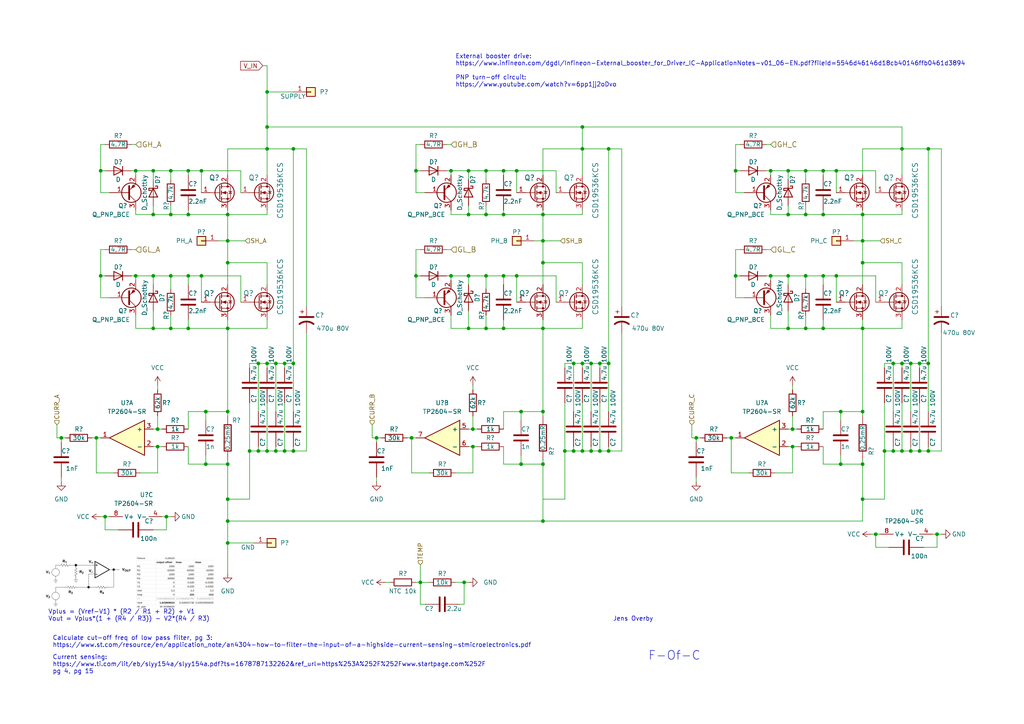
<source format=kicad_sch>
(kicad_sch (version 20211123) (generator eeschema)
  (paper "A4")
  (junction (at 166.37 105.41))
  (junction (at 243.84 134.62))
  (junction (at 229.87 124.46))
  (junction (at 135.89 62.23))
  (junction (at 77.47 43.18))
  (junction (at 157.48 119.38))
  (junction (at 45.72 124.46))
  (junction (at 140.97 62.23))
  (junction (at 233.68 62.23))
  (junction (at 228.6 62.23))
  (junction (at 146.05 49.53))
  (junction (at 135.89 95.25))
  (junction (at 80.01 130.81))
  (junction (at 74.93 105.41))
  (junction (at 77.47 105.41))
  (junction (at 66.04 62.23))
  (junction (at 271.78 154.94))
  (junction (at 173.99 130.81))
  (junction (at 269.24 43.18))
  (junction (at 176.53 105.41))
  (junction (at 242.57 49.53))
  (junction (at 140.97 80.01))
  (junction (at 168.91 130.81))
  (junction (at 146.05 95.25))
  (junction (at 238.76 80.01))
  (junction (at 201.93 127))
  (junction (at 74.93 130.81))
  (junction (at 233.68 80.01))
  (junction (at 140.97 49.53))
  (junction (at 238.76 62.23))
  (junction (at 250.19 134.62))
  (junction (at 176.53 43.18))
  (junction (at 30.48 149.86))
  (junction (at 44.45 62.23))
  (junction (at 137.16 124.46))
  (junction (at 233.68 95.25))
  (junction (at 77.47 130.81))
  (junction (at 157.48 69.85))
  (junction (at 59.69 119.38))
  (junction (at 135.89 80.01))
  (junction (at 49.53 95.25))
  (junction (at 66.04 69.85))
  (junction (at 261.62 130.81))
  (junction (at 171.45 105.41))
  (junction (at 163.83 130.81))
  (junction (at 44.45 80.01))
  (junction (at 151.13 134.62))
  (junction (at 121.92 168.91))
  (junction (at 151.13 119.38))
  (junction (at 29.21 80.01))
  (junction (at 130.81 49.53))
  (junction (at 82.55 130.81))
  (junction (at 59.69 134.62))
  (junction (at 259.08 130.81))
  (junction (at 45.72 129.54))
  (junction (at 261.62 43.18))
  (junction (at 212.09 127))
  (junction (at 157.48 95.25))
  (junction (at 264.16 130.81))
  (junction (at 135.89 49.53))
  (junction (at 58.42 49.53))
  (junction (at 250.19 119.38))
  (junction (at 119.38 127))
  (junction (at 137.16 129.54))
  (junction (at 66.04 157.48))
  (junction (at 66.04 134.62))
  (junction (at 223.52 80.01))
  (junction (at 85.09 105.41))
  (junction (at 120.65 49.53))
  (junction (at 173.99 105.41))
  (junction (at 66.04 119.38))
  (junction (at 146.05 62.23))
  (junction (at 49.53 62.23))
  (junction (at 29.21 49.53))
  (junction (at 140.97 95.25))
  (junction (at 54.61 95.25))
  (junction (at 157.48 151.13))
  (junction (at 168.91 36.83))
  (junction (at 49.53 80.01))
  (junction (at 134.62 168.91))
  (junction (at 80.01 105.41))
  (junction (at 256.54 130.81))
  (junction (at 48.26 149.86))
  (junction (at 72.39 130.81))
  (junction (at 168.91 105.41))
  (junction (at 266.7 130.81))
  (junction (at 254 154.94))
  (junction (at 233.68 49.53))
  (junction (at 171.45 130.81))
  (junction (at 146.05 80.01))
  (junction (at 49.53 49.53))
  (junction (at 54.61 62.23))
  (junction (at 228.6 95.25))
  (junction (at 250.19 76.2))
  (junction (at 149.86 49.53))
  (junction (at 120.65 80.01))
  (junction (at 66.04 144.78))
  (junction (at 27.94 127))
  (junction (at 269.24 105.41))
  (junction (at 223.52 49.53))
  (junction (at 77.47 26.67))
  (junction (at 109.22 127))
  (junction (at 269.24 130.81))
  (junction (at 157.48 134.62))
  (junction (at 39.37 49.53))
  (junction (at 238.76 49.53))
  (junction (at 250.19 69.85))
  (junction (at 250.19 95.25))
  (junction (at 17.78 127))
  (junction (at 250.19 144.78))
  (junction (at 66.04 95.25))
  (junction (at 39.37 80.01))
  (junction (at 77.47 36.83))
  (junction (at 229.87 129.54))
  (junction (at 250.19 62.23))
  (junction (at 85.09 43.18))
  (junction (at 58.42 80.01))
  (junction (at 166.37 130.81))
  (junction (at 238.76 95.25))
  (junction (at 157.48 62.23))
  (junction (at 176.53 130.81))
  (junction (at 44.45 49.53))
  (junction (at 228.6 80.01))
  (junction (at 259.08 105.41))
  (junction (at 44.45 95.25))
  (junction (at 243.84 119.38))
  (junction (at 66.04 76.2))
  (junction (at 242.57 80.01))
  (junction (at 130.81 80.01))
  (junction (at 266.7 105.41))
  (junction (at 149.86 80.01))
  (junction (at 54.61 80.01))
  (junction (at 66.04 151.13))
  (junction (at 228.6 49.53))
  (junction (at 261.62 105.41))
  (junction (at 264.16 105.41))
  (junction (at 85.09 130.81))
  (junction (at 168.91 43.18))
  (junction (at 54.61 49.53))
  (junction (at 82.55 105.41))
  (junction (at 213.36 80.01))
  (junction (at 157.48 76.2))
  (junction (at 213.36 49.53))
  (wire (pts (xy 168.91 60.96) (xy 168.91 62.23)))
  (wire (pts (xy 250.19 144.78) (xy 250.19 151.13)))
  (wire (pts (xy 250.19 134.62) (xy 250.19 144.78)))
  (wire (pts (xy 238.76 134.62) (xy 243.84 134.62)))
  (wire (pts (xy 250.19 62.23) (xy 250.19 69.85)))
  (wire (pts (xy 229.87 120.65) (xy 229.87 124.46)))
  (wire (pts (xy 30.48 149.86) (xy 31.75 149.86)))
  (wire (pts (xy 54.61 119.38) (xy 59.69 119.38)))
  (wire (pts (xy 46.99 149.86) (xy 48.26 149.86)))
  (wire (pts (xy 111.76 168.91) (xy 113.03 168.91)))
  (wire (pts (xy 157.48 43.18) (xy 157.48 50.8)))
  (wire (pts (xy 228.6 59.69) (xy 228.6 62.23)))
  (wire (pts (xy 66.04 134.62) (xy 66.04 144.78)))
  (wire (pts (xy 59.69 132.08) (xy 59.69 134.62)))
  (wire (pts (xy 77.47 130.81) (xy 80.01 130.81)))
  (wire (pts (xy 238.76 92.71) (xy 238.76 95.25)))
  (wire (pts (xy 149.86 80.01) (xy 146.05 80.01)))
  (wire (pts (xy 54.61 134.62) (xy 59.69 134.62)))
  (wire (pts (xy 135.89 59.69) (xy 135.89 62.23)))
  (wire (pts (xy 49.53 91.44) (xy 49.53 95.25)))
  (wire (pts (xy 59.69 119.38) (xy 66.04 119.38)))
  (wire (pts (xy 166.37 105.41) (xy 168.91 105.41)))
  (wire (pts (xy 180.34 43.18) (xy 176.53 43.18)))
  (wire (pts (xy 39.37 49.53) (xy 44.45 49.53)))
  (wire (pts (xy 77.47 19.05) (xy 77.47 26.67)))
  (wire (pts (xy 168.91 116.84) (xy 168.91 130.81)))
  (wire (pts (xy 130.81 95.25) (xy 135.89 95.25)))
  (wire (pts (xy 110.49 127) (xy 109.22 127)))
  (wire (pts (xy 44.45 62.23) (xy 49.53 62.23)))
  (wire (pts (xy 82.55 105.41) (xy 82.55 106.68)))
  (wire (pts (xy 49.53 49.53) (xy 49.53 52.07)))
  (wire (pts (xy 17.78 127) (xy 17.78 128.27)))
  (wire (pts (xy 88.9 88.9) (xy 88.9 43.18)))
  (wire (pts (xy 214.63 41.91) (xy 213.36 41.91)))
  (wire (pts (xy 228.6 62.23) (xy 233.68 62.23)))
  (wire (pts (xy 157.48 119.38) (xy 157.48 120.65)))
  (wire (pts (xy 271.78 154.94) (xy 273.05 154.94)))
  (wire (pts (xy 69.85 49.53) (xy 58.42 49.53)))
  (wire (pts (xy 135.89 62.23) (xy 140.97 62.23)))
  (wire (pts (xy 256.54 116.84) (xy 256.54 130.81)))
  (wire (pts (xy 130.81 91.44) (xy 130.81 95.25)))
  (wire (pts (xy 135.89 80.01) (xy 140.97 80.01)))
  (wire (pts (xy 250.19 43.18) (xy 250.19 50.8)))
  (wire (pts (xy 130.81 72.39) (xy 129.54 72.39)))
  (wire (pts (xy 266.7 105.41) (xy 269.24 105.41)))
  (wire (pts (xy 39.37 72.39) (xy 38.1 72.39)))
  (wire (pts (xy 261.62 76.2) (xy 250.19 76.2)))
  (wire (pts (xy 223.52 60.96) (xy 223.52 62.23)))
  (wire (pts (xy 168.91 105.41) (xy 171.45 105.41)))
  (wire (pts (xy 238.76 60.96) (xy 238.76 62.23)))
  (wire (pts (xy 250.19 119.38) (xy 250.19 120.65)))
  (wire (pts (xy 250.19 60.96) (xy 250.19 62.23)))
  (wire (pts (xy 107.95 127) (xy 109.22 127)))
  (wire (pts (xy 250.19 76.2) (xy 250.19 82.55)))
  (wire (pts (xy 233.68 59.69) (xy 233.68 62.23)))
  (wire (pts (xy 54.61 60.96) (xy 54.61 62.23)))
  (wire (pts (xy 66.04 151.13) (xy 66.04 157.48)))
  (wire (pts (xy 250.19 69.85) (xy 255.27 69.85)))
  (wire (pts (xy 16.51 127) (xy 17.78 127)))
  (wire (pts (xy 261.62 105.41) (xy 261.62 106.68)))
  (wire (pts (xy 157.48 95.25) (xy 157.48 119.38)))
  (wire (pts (xy 29.21 72.39) (xy 29.21 80.01)))
  (wire (pts (xy 252.73 154.94) (xy 254 154.94)))
  (wire (pts (xy 213.36 80.01) (xy 213.36 86.36)))
  (wire (pts (xy 269.24 105.41) (xy 269.24 43.18)))
  (wire (pts (xy 229.87 124.46) (xy 231.14 124.46)))
  (wire (pts (xy 168.91 36.83) (xy 168.91 43.18)))
  (wire (pts (xy 54.61 129.54) (xy 54.61 134.62)))
  (wire (pts (xy 80.01 130.81) (xy 82.55 130.81)))
  (wire (pts (xy 228.6 124.46) (xy 229.87 124.46)))
  (wire (pts (xy 77.47 95.25) (xy 66.04 95.25)))
  (wire (pts (xy 267.97 158.75) (xy 271.78 158.75)))
  (wire (pts (xy 242.57 55.88) (xy 242.57 49.53)))
  (wire (pts (xy 49.53 80.01) (xy 54.61 80.01)))
  (wire (pts (xy 44.45 49.53) (xy 49.53 49.53)))
  (wire (pts (xy 130.81 49.53) (xy 130.81 50.8)))
  (wire (pts (xy 173.99 116.84) (xy 173.99 130.81)))
  (wire (pts (xy 213.36 72.39) (xy 213.36 80.01)))
  (wire (pts (xy 124.46 137.16) (xy 119.38 137.16)))
  (wire (pts (xy 168.91 36.83) (xy 77.47 36.83)))
  (wire (pts (xy 157.48 133.35) (xy 157.48 134.62)))
  (wire (pts (xy 63.5 69.85) (xy 66.04 69.85)))
  (wire (pts (xy 66.04 151.13) (xy 157.48 151.13)))
  (wire (pts (xy 120.65 49.53) (xy 121.92 49.53)))
  (wire (pts (xy 157.48 62.23) (xy 157.48 69.85)))
  (wire (pts (xy 213.36 80.01) (xy 214.63 80.01)))
  (wire (pts (xy 271.78 158.75) (xy 271.78 154.94)))
  (wire (pts (xy 33.02 137.16) (xy 27.94 137.16)))
  (wire (pts (xy 247.65 69.85) (xy 250.19 69.85)))
  (wire (pts (xy 121.92 168.91) (xy 121.92 163.83)))
  (wire (pts (xy 228.6 80.01) (xy 228.6 82.55)))
  (wire (pts (xy 66.04 157.48) (xy 73.66 157.48)))
  (wire (pts (xy 176.53 119.38) (xy 176.53 105.41)))
  (wire (pts (xy 233.68 95.25) (xy 238.76 95.25)))
  (wire (pts (xy 212.09 127) (xy 210.82 127)))
  (wire (pts (xy 107.95 123.19) (xy 107.95 127)))
  (wire (pts (xy 146.05 129.54) (xy 146.05 134.62)))
  (wire (pts (xy 58.42 49.53) (xy 54.61 49.53)))
  (wire (pts (xy 171.45 130.81) (xy 171.45 129.54)))
  (wire (pts (xy 254 55.88) (xy 254 49.53)))
  (wire (pts (xy 266.7 130.81) (xy 269.24 130.81)))
  (wire (pts (xy 257.81 158.75) (xy 254 158.75)))
  (wire (pts (xy 261.62 105.41) (xy 264.16 105.41)))
  (wire (pts (xy 168.91 43.18) (xy 168.91 50.8)))
  (wire (pts (xy 129.54 49.53) (xy 130.81 49.53)))
  (wire (pts (xy 54.61 49.53) (xy 54.61 50.8)))
  (wire (pts (xy 163.83 105.41) (xy 166.37 105.41)))
  (wire (pts (xy 58.42 80.01) (xy 54.61 80.01)))
  (wire (pts (xy 39.37 80.01) (xy 44.45 80.01)))
  (wire (pts (xy 256.54 130.81) (xy 259.08 130.81)))
  (wire (pts (xy 151.13 132.08) (xy 151.13 134.62)))
  (wire (pts (xy 157.48 60.96) (xy 157.48 62.23)))
  (wire (pts (xy 238.76 129.54) (xy 238.76 134.62)))
  (wire (pts (xy 173.99 105.41) (xy 176.53 105.41)))
  (wire (pts (xy 19.05 127) (xy 17.78 127)))
  (wire (pts (xy 168.91 76.2) (xy 157.48 76.2)))
  (wire (pts (xy 259.08 119.38) (xy 259.08 105.41)))
  (wire (pts (xy 88.9 43.18) (xy 85.09 43.18)))
  (wire (pts (xy 223.52 62.23) (xy 228.6 62.23)))
  (wire (pts (xy 201.93 138.43) (xy 201.93 139.7)))
  (wire (pts (xy 121.92 175.26) (xy 121.92 168.91)))
  (wire (pts (xy 261.62 95.25) (xy 250.19 95.25)))
  (wire (pts (xy 72.39 105.41) (xy 72.39 106.68)))
  (wire (pts (xy 66.04 144.78) (xy 66.04 151.13)))
  (wire (pts (xy 238.76 62.23) (xy 250.19 62.23)))
  (wire (pts (xy 168.91 130.81) (xy 166.37 130.81)))
  (wire (pts (xy 238.76 124.46) (xy 238.76 119.38)))
  (wire (pts (xy 66.04 60.96) (xy 66.04 62.23)))
  (wire (pts (xy 54.61 82.55) (xy 54.61 80.01)))
  (wire (pts (xy 166.37 130.81) (xy 166.37 129.54)))
  (wire (pts (xy 74.93 119.38) (xy 74.93 105.41)))
  (wire (pts (xy 85.09 43.18) (xy 77.47 43.18)))
  (wire (pts (xy 77.47 60.96) (xy 77.47 62.23)))
  (wire (pts (xy 250.19 95.25) (xy 250.19 119.38)))
  (wire (pts (xy 146.05 60.96) (xy 146.05 62.23)))
  (wire (pts (xy 49.53 62.23) (xy 54.61 62.23)))
  (wire (pts (xy 243.84 119.38) (xy 243.84 121.92)))
  (wire (pts (xy 130.81 80.01) (xy 135.89 80.01)))
  (wire (pts (xy 27.94 137.16) (xy 27.94 127)))
  (wire (pts (xy 121.92 72.39) (xy 120.65 72.39)))
  (wire (pts (xy 82.55 130.81) (xy 85.09 130.81)))
  (wire (pts (xy 233.68 62.23) (xy 238.76 62.23)))
  (wire (pts (xy 176.53 43.18) (xy 168.91 43.18)))
  (wire (pts (xy 223.52 95.25) (xy 228.6 95.25)))
  (wire (pts (xy 45.72 137.16) (xy 45.72 129.54)))
  (wire (pts (xy 29.21 80.01) (xy 29.21 86.36)))
  (wire (pts (xy 29.21 80.01) (xy 30.48 80.01)))
  (wire (pts (xy 45.72 111.76) (xy 45.72 113.03)))
  (wire (pts (xy 44.45 59.69) (xy 44.45 62.23)))
  (wire (pts (xy 233.68 49.53) (xy 238.76 49.53)))
  (wire (pts (xy 223.52 80.01) (xy 223.52 81.28)))
  (wire (pts (xy 259.08 130.81) (xy 259.08 129.54)))
  (wire (pts (xy 77.47 76.2) (xy 66.04 76.2)))
  (wire (pts (xy 242.57 80.01) (xy 238.76 80.01)))
  (wire (pts (xy 39.37 62.23) (xy 44.45 62.23)))
  (wire (pts (xy 135.89 95.25) (xy 140.97 95.25)))
  (wire (pts (xy 171.45 130.81) (xy 173.99 130.81)))
  (wire (pts (xy 66.04 119.38) (xy 66.04 120.65)))
  (wire (pts (xy 121.92 41.91) (xy 120.65 41.91)))
  (wire (pts (xy 243.84 134.62) (xy 250.19 134.62)))
  (wire (pts (xy 135.89 124.46) (xy 137.16 124.46)))
  (wire (pts (xy 233.68 49.53) (xy 233.68 52.07)))
  (wire (pts (xy 39.37 95.25) (xy 44.45 95.25)))
  (wire (pts (xy 120.65 55.88) (xy 123.19 55.88)))
  (wire (pts (xy 135.89 80.01) (xy 135.89 82.55)))
  (wire (pts (xy 223.52 49.53) (xy 223.52 50.8)))
  (wire (pts (xy 254 87.63) (xy 254 80.01)))
  (wire (pts (xy 200.66 127) (xy 201.93 127)))
  (wire (pts (xy 80.01 130.81) (xy 80.01 129.54)))
  (wire (pts (xy 261.62 92.71) (xy 261.62 95.25)))
  (wire (pts (xy 69.85 80.01) (xy 58.42 80.01)))
  (wire (pts (xy 180.34 130.81) (xy 176.53 130.81)))
  (wire (pts (xy 151.13 119.38) (xy 151.13 121.92)))
  (wire (pts (xy 212.09 137.16) (xy 212.09 127)))
  (wire (pts (xy 222.25 49.53) (xy 223.52 49.53)))
  (wire (pts (xy 27.94 127) (xy 26.67 127)))
  (wire (pts (xy 213.36 41.91) (xy 213.36 49.53)))
  (wire (pts (xy 59.69 119.38) (xy 59.69 121.92)))
  (wire (pts (xy 29.21 49.53) (xy 29.21 55.88)))
  (wire (pts (xy 45.72 120.65) (xy 45.72 124.46)))
  (wire (pts (xy 29.21 127) (xy 27.94 127)))
  (wire (pts (xy 77.47 43.18) (xy 77.47 50.8)))
  (wire (pts (xy 233.68 91.44) (xy 233.68 95.25)))
  (wire (pts (xy 154.94 69.85) (xy 157.48 69.85)))
  (wire (pts (xy 77.47 116.84) (xy 77.47 130.81)))
  (wire (pts (xy 77.47 26.67) (xy 85.09 26.67)))
  (wire (pts (xy 134.62 168.91) (xy 132.08 168.91)))
  (wire (pts (xy 146.05 49.53) (xy 146.05 50.8)))
  (wire (pts (xy 120.65 86.36) (xy 123.19 86.36)))
  (wire (pts (xy 229.87 137.16) (xy 229.87 129.54)))
  (wire (pts (xy 69.85 87.63) (xy 69.85 80.01)))
  (wire (pts (xy 149.86 87.63) (xy 149.86 80.01)))
  (wire (pts (xy 157.48 92.71) (xy 157.48 95.25)))
  (wire (pts (xy 39.37 91.44) (xy 39.37 95.25)))
  (wire (pts (xy 250.19 43.18) (xy 261.62 43.18)))
  (wire (pts (xy 120.65 168.91) (xy 121.92 168.91)))
  (wire (pts (xy 137.16 111.76) (xy 137.16 113.03)))
  (wire (pts (xy 259.08 105.41) (xy 261.62 105.41)))
  (wire (pts (xy 140.97 59.69) (xy 140.97 62.23)))
  (wire (pts (xy 29.21 49.53) (xy 30.48 49.53)))
  (wire (pts (xy 171.45 105.41) (xy 173.99 105.41)))
  (wire (pts (xy 157.48 43.18) (xy 168.91 43.18)))
  (wire (pts (xy 243.84 132.08) (xy 243.84 134.62)))
  (wire (pts (xy 39.37 60.96) (xy 39.37 62.23)))
  (wire (pts (xy 44.45 80.01) (xy 49.53 80.01)))
  (wire (pts (xy 168.91 95.25) (xy 157.48 95.25)))
  (wire (pts (xy 66.04 43.18) (xy 77.47 43.18)))
  (wire (pts (xy 171.45 105.41) (xy 171.45 119.38)))
  (wire (pts (xy 146.05 124.46) (xy 146.05 119.38)))
  (wire (pts (xy 166.37 119.38) (xy 166.37 105.41)))
  (wire (pts (xy 130.81 49.53) (xy 135.89 49.53)))
  (wire (pts (xy 231.14 129.54) (xy 229.87 129.54)))
  (wire (pts (xy 161.29 55.88) (xy 161.29 49.53)))
  (wire (pts (xy 261.62 62.23) (xy 250.19 62.23)))
  (wire (pts (xy 72.39 105.41) (xy 74.93 105.41)))
  (wire (pts (xy 229.87 111.76) (xy 229.87 113.03)))
  (wire (pts (xy 88.9 96.52) (xy 88.9 130.81)))
  (wire (pts (xy 58.42 87.63) (xy 58.42 80.01)))
  (wire (pts (xy 54.61 124.46) (xy 54.61 119.38)))
  (wire (pts (xy 273.05 88.9) (xy 273.05 43.18)))
  (wire (pts (xy 54.61 95.25) (xy 66.04 95.25)))
  (wire (pts (xy 49.53 59.69) (xy 49.53 62.23)))
  (wire (pts (xy 140.97 62.23) (xy 146.05 62.23)))
  (wire (pts (xy 157.48 69.85) (xy 157.48 76.2)))
  (wire (pts (xy 254 154.94) (xy 255.27 154.94)))
  (wire (pts (xy 76.2 19.05) (xy 77.47 19.05)))
  (wire (pts (xy 77.47 26.67) (xy 77.47 36.83)))
  (wire (pts (xy 130.81 62.23) (xy 135.89 62.23)))
  (wire (pts (xy 77.47 36.83) (xy 77.47 43.18)))
  (wire (pts (xy 213.36 127) (xy 212.09 127)))
  (wire (pts (xy 213.36 49.53) (xy 214.63 49.53)))
  (wire (pts (xy 44.45 49.53) (xy 44.45 52.07)))
  (wire (pts (xy 173.99 130.81) (xy 176.53 130.81)))
  (wire (pts (xy 261.62 36.83) (xy 168.91 36.83)))
  (wire (pts (xy 203.2 127) (xy 201.93 127)))
  (wire (pts (xy 120.65 72.39) (xy 120.65 80.01)))
  (wire (pts (xy 66.04 92.71) (xy 66.04 95.25)))
  (wire (pts (xy 228.6 80.01) (xy 233.68 80.01)))
  (wire (pts (xy 130.81 80.01) (xy 130.81 81.28)))
  (wire (pts (xy 233.68 80.01) (xy 238.76 80.01)))
  (wire (pts (xy 137.16 137.16) (xy 132.08 137.16)))
  (wire (pts (xy 82.55 116.84) (xy 82.55 130.81)))
  (wire (pts (xy 176.53 105.41) (xy 176.53 43.18)))
  (wire (pts (xy 223.52 80.01) (xy 228.6 80.01)))
  (wire (pts (xy 242.57 49.53) (xy 238.76 49.53)))
  (wire (pts (xy 261.62 60.96) (xy 261.62 62.23)))
  (wire (pts (xy 222.25 80.01) (xy 223.52 80.01)))
  (wire (pts (xy 261.62 82.55) (xy 261.62 76.2)))
  (wire (pts (xy 243.84 119.38) (xy 250.19 119.38)))
  (wire (pts (xy 157.48 134.62) (xy 151.13 134.62)))
  (wire (pts (xy 121.92 175.26) (xy 123.19 175.26)))
  (wire (pts (xy 238.76 82.55) (xy 238.76 80.01)))
  (wire (pts (xy 85.09 105.41) (xy 85.09 43.18)))
  (wire (pts (xy 254 158.75) (xy 254 154.94)))
  (wire (pts (xy 140.97 49.53) (xy 146.05 49.53)))
  (wire (pts (xy 269.24 119.38) (xy 269.24 105.41)))
  (wire (pts (xy 66.04 62.23) (xy 66.04 69.85)))
  (wire (pts (xy 66.04 69.85) (xy 66.04 76.2)))
  (wire (pts (xy 229.87 137.16) (xy 224.79 137.16)))
  (wire (pts (xy 213.36 86.36) (xy 215.9 86.36)))
  (wire (pts (xy 44.45 124.46) (xy 45.72 124.46)))
  (wire (pts (xy 29.21 149.86) (xy 30.48 149.86)))
  (wire (pts (xy 264.16 105.41) (xy 266.7 105.41)))
  (wire (pts (xy 146.05 92.71) (xy 146.05 95.25)))
  (wire (pts (xy 266.7 105.41) (xy 266.7 106.68)))
  (wire (pts (xy 256.54 130.81) (xy 256.54 144.78)))
  (wire (pts (xy 217.17 137.16) (xy 212.09 137.16)))
  (wire (pts (xy 77.47 105.41) (xy 80.01 105.41)))
  (wire (pts (xy 238.76 49.53) (xy 238.76 50.8)))
  (wire (pts (xy 77.47 82.55) (xy 77.47 76.2)))
  (wire (pts (xy 74.93 130.81) (xy 74.93 129.54)))
  (wire (pts (xy 58.42 55.88) (xy 58.42 49.53)))
  (wire (pts (xy 137.16 120.65) (xy 137.16 124.46)))
  (wire (pts (xy 30.48 41.91) (xy 29.21 41.91)))
  (wire (pts (xy 45.72 129.54) (xy 44.45 129.54)))
  (wire (pts (xy 109.22 127) (xy 109.22 128.27)))
  (wire (pts (xy 180.34 88.9) (xy 180.34 43.18)))
  (wire (pts (xy 119.38 137.16) (xy 119.38 127)))
  (wire (pts (xy 77.47 62.23) (xy 66.04 62.23)))
  (wire (pts (xy 66.04 95.25) (xy 66.04 119.38)))
  (wire (pts (xy 176.53 130.81) (xy 176.53 129.54)))
  (wire (pts (xy 161.29 80.01) (xy 149.86 80.01)))
  (wire (pts (xy 273.05 43.18) (xy 269.24 43.18)))
  (wire (pts (xy 109.22 138.43) (xy 109.22 139.7)))
  (wire (pts (xy 250.19 144.78) (xy 256.54 144.78)))
  (wire (pts (xy 168.91 130.81) (xy 171.45 130.81)))
  (wire (pts (xy 157.48 76.2) (xy 157.48 82.55)))
  (wire (pts (xy 39.37 80.01) (xy 39.37 81.28)))
  (wire (pts (xy 129.54 80.01) (xy 130.81 80.01)))
  (wire (pts (xy 30.48 72.39) (xy 29.21 72.39)))
  (wire (pts (xy 223.52 91.44) (xy 223.52 95.25)))
  (wire (pts (xy 49.53 95.25) (xy 54.61 95.25)))
  (wire (pts (xy 66.04 157.48) (xy 66.04 166.37)))
  (wire (pts (xy 140.97 49.53) (xy 140.97 52.07)))
  (wire (pts (xy 228.6 49.53) (xy 233.68 49.53)))
  (wire (pts (xy 233.68 80.01) (xy 233.68 83.82)))
  (wire (pts (xy 135.89 49.53) (xy 140.97 49.53)))
  (wire (pts (xy 161.29 87.63) (xy 161.29 80.01)))
  (wire (pts (xy 163.83 130.81) (xy 166.37 130.81)))
  (wire (pts (xy 48.26 153.67) (xy 48.26 149.86)))
  (wire (pts (xy 69.85 55.88) (xy 69.85 49.53)))
  (wire (pts (xy 161.29 49.53) (xy 149.86 49.53)))
  (wire (pts (xy 44.45 90.17) (xy 44.45 95.25)))
  (wire (pts (xy 229.87 129.54) (xy 228.6 129.54)))
  (wire (pts (xy 120.65 49.53) (xy 120.65 55.88)))
  (wire (pts (xy 48.26 149.86) (xy 49.53 149.86)))
  (wire (pts (xy 140.97 91.44) (xy 140.97 95.25)))
  (wire (pts (xy 270.51 154.94) (xy 271.78 154.94)))
  (wire (pts (xy 261.62 130.81) (xy 259.08 130.81)))
  (wire (pts (xy 168.91 105.41) (xy 168.91 106.68)))
  (wire (pts (xy 39.37 41.91) (xy 38.1 41.91)))
  (wire (pts (xy 261.62 43.18) (xy 261.62 50.8)))
  (wire (pts (xy 45.72 137.16) (xy 40.64 137.16)))
  (wire (pts (xy 256.54 105.41) (xy 256.54 106.68)))
  (wire (pts (xy 250.19 151.13) (xy 157.48 151.13)))
  (wire (pts (xy 45.72 124.46) (xy 46.99 124.46)))
  (wire (pts (xy 238.76 95.25) (xy 250.19 95.25)))
  (wire (pts (xy 137.16 129.54) (xy 135.89 129.54)))
  (wire (pts (xy 134.62 175.26) (xy 134.62 168.91)))
  (wire (pts (xy 54.61 62.23) (xy 66.04 62.23)))
  (wire (pts (xy 264.16 105.41) (xy 264.16 119.38)))
  (wire (pts (xy 44.45 95.25) (xy 49.53 95.25)))
  (wire (pts (xy 130.81 60.96) (xy 130.81 62.23)))
  (wire (pts (xy 54.61 92.71) (xy 54.61 95.25)))
  (wire (pts (xy 30.48 153.67) (xy 30.48 149.86)))
  (wire (pts (xy 261.62 36.83) (xy 261.62 43.18)))
  (wire (pts (xy 85.09 130.81) (xy 85.09 129.54)))
  (wire (pts (xy 146.05 82.55) (xy 146.05 80.01)))
  (wire (pts (xy 121.92 168.91) (xy 124.46 168.91)))
  (wire (pts (xy 140.97 80.01) (xy 146.05 80.01)))
  (wire (pts (xy 256.54 105.41) (xy 259.08 105.41)))
  (wire (pts (xy 85.09 119.38) (xy 85.09 105.41)))
  (wire (pts (xy 250.19 69.85) (xy 250.19 76.2)))
  (wire (pts (xy 77.47 105.41) (xy 77.47 106.68)))
  (wire (pts (xy 130.81 41.91) (xy 129.54 41.91)))
  (wire (pts (xy 261.62 130.81) (xy 264.16 130.81)))
  (wire (pts (xy 39.37 49.53) (xy 39.37 50.8)))
  (wire (pts (xy 163.83 105.41) (xy 163.83 106.68)))
  (wire (pts (xy 29.21 41.91) (xy 29.21 49.53)))
  (wire (pts (xy 59.69 134.62) (xy 66.04 134.62)))
  (wire (pts (xy 149.86 49.53) (xy 146.05 49.53)))
  (wire (pts (xy 250.19 133.35) (xy 250.19 134.62)))
  (wire (pts (xy 29.21 55.88) (xy 31.75 55.88)))
  (wire (pts (xy 151.13 119.38) (xy 157.48 119.38)))
  (wire (pts (xy 163.83 116.84) (xy 163.83 130.81)))
  (wire (pts (xy 273.05 130.81) (xy 269.24 130.81)))
  (wire (pts (xy 134.62 168.91) (xy 135.89 168.91)))
  (wire (pts (xy 120.65 80.01) (xy 120.65 86.36)))
  (wire (pts (xy 214.63 72.39) (xy 213.36 72.39)))
  (wire (pts (xy 29.21 86.36) (xy 31.75 86.36)))
  (wire (pts (xy 137.16 124.46) (xy 138.43 124.46)))
  (wire (pts (xy 254 80.01) (xy 242.57 80.01)))
  (wire (pts (xy 266.7 116.84) (xy 266.7 130.81)))
  (wire (pts (xy 120.65 80.01) (xy 121.92 80.01)))
  (wire (pts (xy 135.89 90.17) (xy 135.89 95.25)))
  (wire (pts (xy 137.16 137.16) (xy 137.16 129.54)))
  (wire (pts (xy 264.16 130.81) (xy 266.7 130.81)))
  (wire (pts (xy 223.52 72.39) (xy 222.25 72.39)))
  (wire (pts (xy 66.04 144.78) (xy 72.39 144.78)))
  (wire (pts (xy 157.48 134.62) (xy 157.48 151.13)))
  (wire (pts (xy 269.24 130.81) (xy 269.24 129.54)))
  (wire (pts (xy 88.9 130.81) (xy 85.09 130.81)))
  (wire (pts (xy 213.36 49.53) (xy 213.36 55.88)))
  (wire (pts (xy 120.65 127) (xy 119.38 127)))
  (wire (pts (xy 264.16 130.81) (xy 264.16 129.54)))
  (wire (pts (xy 138.43 129.54) (xy 137.16 129.54)))
  (wire (pts (xy 44.45 80.01) (xy 44.45 82.55)))
  (wire (pts (xy 82.55 105.41) (xy 85.09 105.41)))
  (wire (pts (xy 66.04 43.18) (xy 66.04 50.8)))
  (wire (pts (xy 72.39 130.81) (xy 74.93 130.81)))
  (wire (pts (xy 228.6 90.17) (xy 228.6 95.25)))
  (wire (pts (xy 17.78 138.43) (xy 17.78 139.7)))
  (wire (pts (xy 72.39 116.84) (xy 72.39 130.81)))
  (wire (pts (xy 228.6 49.53) (xy 228.6 52.07)))
  (wire (pts (xy 168.91 92.71) (xy 168.91 95.25)))
  (wire (pts (xy 200.66 123.19) (xy 200.66 127)))
  (wire (pts (xy 261.62 116.84) (xy 261.62 130.81)))
  (wire (pts (xy 140.97 95.25) (xy 146.05 95.25)))
  (wire (pts (xy 120.65 41.91) (xy 120.65 49.53)))
  (wire (pts (xy 250.19 92.71) (xy 250.19 95.25)))
  (wire (pts (xy 49.53 80.01) (xy 49.53 83.82)))
  (wire (pts (xy 173.99 105.41) (xy 173.99 106.68)))
  (wire (pts (xy 238.76 119.38) (xy 243.84 119.38)))
  (wire (pts (xy 77.47 92.71) (xy 77.47 95.25)))
  (wire (pts (xy 146.05 119.38) (xy 151.13 119.38)))
  (wire (pts (xy 44.45 153.67) (xy 48.26 153.67)))
  (wire (pts (xy 149.86 55.88) (xy 149.86 49.53)))
  (wire (pts (xy 74.93 105.41) (xy 77.47 105.41)))
  (wire (pts (xy 46.99 129.54) (xy 45.72 129.54)))
  (wire (pts (xy 146.05 62.23) (xy 157.48 62.23)))
  (wire (pts (xy 163.83 144.78) (xy 157.48 144.78)))
  (wire (pts (xy 223.52 41.91) (xy 222.25 41.91)))
  (wire (pts (xy 66.04 69.85) (xy 71.12 69.85)))
  (wire (pts (xy 213.36 55.88) (xy 215.9 55.88)))
  (wire (pts (xy 168.91 62.23) (xy 157.48 62.23)))
  (wire (pts (xy 273.05 96.52) (xy 273.05 130.81)))
  (wire (pts (xy 146.05 95.25) (xy 157.48 95.25)))
  (wire (pts (xy 146.05 134.62) (xy 151.13 134.62)))
  (wire (pts (xy 135.89 49.53) (xy 135.89 52.07)))
  (wire (pts (xy 201.93 127) (xy 201.93 128.27)))
  (wire (pts (xy 228.6 95.25) (xy 233.68 95.25)))
  (wire (pts (xy 77.47 130.81) (xy 74.93 130.81)))
  (wire (pts (xy 80.01 105.41) (xy 82.55 105.41)))
  (wire (pts (xy 157.48 69.85) (xy 162.56 69.85)))
  (wire (pts (xy 66.04 133.35) (xy 66.04 134.62)))
  (wire (pts (xy 242.57 87.63) (xy 242.57 80.01)))
  (wire (pts (xy 38.1 49.53) (xy 39.37 49.53)))
  (wire (pts (xy 168.91 82.55) (xy 168.91 76.2)))
  (wire (pts (xy 16.51 123.19) (xy 16.51 127)))
  (wire (pts (xy 49.53 49.53) (xy 54.61 49.53)))
  (wire (pts (xy 34.29 153.67) (xy 30.48 153.67)))
  (wire (pts (xy 134.62 175.26) (xy 133.35 175.26)))
  (wire (pts (xy 163.83 130.81) (xy 163.83 144.78)))
  (wire (pts (xy 254 49.53) (xy 242.57 49.53)))
  (wire (pts (xy 119.38 127) (xy 118.11 127)))
  (wire (pts (xy 80.01 105.41) (xy 80.01 119.38)))
  (wire (pts (xy 140.97 80.01) (xy 140.97 83.82)))
  (wire (pts (xy 269.24 43.18) (xy 261.62 43.18)))
  (wire (pts (xy 180.34 96.52) (xy 180.34 130.81)))
  (wire (pts (xy 72.39 130.81) (xy 72.39 144.78)))
  (wire (pts (xy 38.1 80.01) (xy 39.37 80.01)))
  (wire (pts (xy 223.52 49.53) (xy 228.6 49.53)))
  (wire (pts (xy 66.04 76.2) (xy 66.04 82.55)))
  (image (at 50.8 168.91) (scale 0.660121))
  (image (at 25.4 168.91) (scale 0.381676))
  (text "Calculate cut-off freq of low pass filter, pg 3:\nhttps://www.st.com/resource/en/application_note/an4304-how-to-filter-the-input-of-a-highside-current-sensing-stmicroelectronics.pdf" (at 15.24 187.96 0) (effects (font (size 1.27 1.27)) (justify left bottom)))
  (text "F-Of-C" (at 187.96 191.77 0) (effects (font (size 2.54 2.54)) (justify left bottom)))
  (text "Jens Overby" (at 177.8 180.34 0) (effects (font (size 1.27 1.27)) (justify left bottom)))
  (text "External booster drive:\nhttps://www.infineon.com/dgdl/Infineon-External_booster_for_Driver_IC-ApplicationNotes-v01_06-EN.pdf?fileId=5546d46146d18cb40146ffb0461d3894\n\nPNP turn-off circuit:\nhttps://www.youtube.com/watch?v=6pp1jj2oDvo\n" (at 132.08 25.4 0) (effects (font (size 1.27 1.27)) (justify left bottom)))
  (text "Vplus = (Vref-V1) * (R2 / R1 + R2) + V1\nVout = Vplus*(1 + (R4 / R3)) - V2*(R4 / R­3) " (at 13.97 180.34 0) (effects (font (size 1.27 1.27)) (justify left bottom)))
  (text "Current sensing:\nhttps://www.ti.com/lit/eb/slyy154a/slyy154a.pdf?ts=1678787132262&ref_url=https%253A%252F%252Fwww.startpage.com%252F\npg 4, pg 15" (at 15.24 195.58 0) (effects (font (size 1.27 1.27)) (justify left bottom)))
  (global_label "V_IN" (shape input) (at 76.2 19.05 180) (property "Intersheet References" "${INTERSHEET_REFS}" (effects hide)))
  (hierarchical_label "TEMP" (shape input) (at 121.92 163.83 90))
  (hierarchical_label "GH_C" (shape input) (at 223.52 41.91 0) (effects (font (size 1.524 1.524))))
  (hierarchical_label "GH_A" (shape input) (at 39.37 41.91 0) (effects (font (size 1.524 1.524))))
  (hierarchical_label "CURR_B" (shape input) (at 107.95 123.19 90))
  (hierarchical_label "CURR_A" (shape input) (at 16.51 123.19 90))
  (hierarchical_label "SH_C" (shape input) (at 255.27 69.85 0))
  (hierarchical_label "CURR_C" (shape input) (at 200.66 123.19 90))
  (hierarchical_label "SH_B" (shape input) (at 162.56 69.85 0))
  (hierarchical_label "GH_B" (shape input) (at 130.81 41.91 0) (effects (font (size 1.524 1.524))))
  (hierarchical_label "GL_B" (shape input) (at 130.81 72.39 0) (effects (font (size 1.524 1.524))))
  (hierarchical_label "GL_A" (shape input) (at 39.37 72.39 0) (effects (font (size 1.524 1.524))))
  (hierarchical_label "GL_C" (shape input) (at 223.52 72.39 0) (effects (font (size 1.524 1.524))))
  (hierarchical_label "SH_A" (shape input) (at 71.12 69.85 0))
  (symbol (lib_id "BLDC_4-rescue:C-RESCUE-BLDC_4") (at 269.24 124.46 0) (mirror x) (unit 1)
    (property "Reference" "C?" (at 270.51 127 90) (effects (justify left)))
    (property "Value" "4.7u 100V" (at 270.51 113.03 90) (effects (justify left)))
    (property "Footprint" "Capacitor_SMD:C_0805_2012Metric" (effects hide))
  )
  (symbol (lib_id "Device:R") (at 50.8 124.46 270) (mirror x) (unit 1)
    (property "Reference" "R?" (at 50.8 121.92 90))
    (property "Value" "1k" (at 50.8 124.46 90))
  )
  (symbol (lib_id "Device:C_Polarized_US") (at 273.05 92.71 0) (unit 1)
    (property "Reference" "C?" (at 276.86 91.44 0))
    (property "Value" "470u 80V" (at 278.13 96.52 0))
  )
  (symbol (lib_id "Device:R") (at 36.83 137.16 270) (mirror x) (unit 1)
    (property "Reference" "R?" (at 36.83 134.62 90))
    (property "Value" "30k" (at 36.83 137.16 90))
  )
  (symbol (lib_name "TP2604-SR_1") (lib_id "Custom_Library:TP2604-SR") (at 262.89 152.4 90) (unit 3)
    (property "Reference" "U?" (at 267.97 148.59 90) (effects (justify left)))
    (property "Value" "TP2604-SR" (at 267.97 151.13 90) (effects (justify left)))
    (property "Footprint" "Package_SO:SOIC-8_3.9x4.9mm_P1.27mm" (effects hide))
    (property "Datasheet" "https://datasheet.lcsc.com/lcsc/1809281621_3PEAK-TP2604-SR_C126446.pdf" (effects hide))
  )
  (symbol (lib_id "power:VCC") (at 111.76 168.91 90) (unit 1)
    (property "Reference" "#PWR?" (effects hide))
    (property "Value" "VCC" (at 106.68 168.91 90))
  )
  (symbol (lib_id "Device:D") (at 218.44 80.01 0) (mirror y) (unit 1)
    (property "Reference" "D?" (at 218.44 77.47 0))
    (property "Value" "D" (at 218.44 82.55 0))
  )
  (symbol (lib_id "Device:R") (at 207.01 127 270) (mirror x) (unit 1)
    (property "Reference" "R?" (at 207.01 124.46 90))
    (property "Value" "30k" (at 207.01 127 90))
  )
  (symbol (lib_id "Device:Q_NMOS_GDS") (at 74.93 87.63 0) (unit 1)
    (property "Reference" "Q?" (at 73.66 85.09 0) (effects (font (size 1.524 1.524)) (justify right)))
    (property "Value" "CSD19536KCS" (at 81.28 74.93 90) (effects (font (size 1.524 1.524)) (justify right)))
    (property "Footprint" "shapes3D:TO-220-3_Horizontal_TabUp_no_hole" (effects hide))
  )
  (symbol (lib_id "BLDC_4-rescue:C-RESCUE-BLDC_4") (at 85.09 124.46 0) (mirror x) (unit 1)
    (property "Reference" "C?" (at 86.36 127 90) (effects (justify left)))
    (property "Value" "4.7u 100V" (at 86.36 113.03 90) (effects (justify left)))
    (property "Footprint" "Capacitor_SMD:C_0805_2012Metric" (effects hide))
  )
  (symbol (lib_id "BLDC_4-rescue:R-RESCUE-BLDC_4") (at 250.19 127 0) (unit 1)
    (property "Reference" "R?" (at 252.73 130.81 90))
    (property "Value" "0.25mR" (at 250.19 127 90))
    (property "Footprint" "Resistor_SMD:R_0805_2012Metric" (effects hide))
  )
  (symbol (lib_id "BLDC_4-rescue:C-RESCUE-BLDC_4") (at 82.55 111.76 0) (mirror x) (unit 1)
    (property "Reference" "C?" (at 83.82 114.3 90) (effects (justify left)))
    (property "Value" "4.7u 100V" (at 83.82 100.33 90) (effects (justify left)))
    (property "Footprint" "Capacitor_SMD:C_0805_2012Metric" (effects hide))
  )
  (symbol (lib_id "Device:Q_PNP_BEC") (at 128.27 55.88 0) (mirror x) (unit 1)
    (property "Reference" "Q?" (at 125.73 59.69 0) (effects (justify left)))
    (property "Value" "Q_PNP_BCE" (at 118.11 62.23 0) (effects (justify left)))
    (property "Footprint" "Package_TO_SOT_SMD:SOT-23" (effects hide))
  )
  (symbol (lib_id "Device:R") (at 233.68 87.63 180) (unit 1)
    (property "Reference" "R?" (at 232.41 91.44 90))
    (property "Value" "4.7k" (at 233.68 87.63 90))
  )
  (symbol (lib_id "BLDC_4-rescue:R-RESCUE-BLDC_4") (at 157.48 127 0) (unit 1)
    (property "Reference" "R?" (at 160.02 130.81 90))
    (property "Value" "0.25mR" (at 157.48 127 90))
    (property "Footprint" "Resistor_SMD:R_0805_2012Metric" (effects hide))
  )
  (symbol (lib_id "Device:R") (at 137.16 116.84 0) (mirror x) (unit 1)
    (property "Reference" "R?" (at 139.7 116.84 0))
    (property "Value" "62k" (at 137.16 116.84 90))
  )
  (symbol (lib_id "Device:Q_NMOS_GDS") (at 74.93 55.88 0) (unit 1)
    (property "Reference" "Q?" (at 75.184 51.562 0) (effects (font (size 1.524 1.524)) (justify right)))
    (property "Value" "CSD19536KCS" (at 81.28 46.99 90) (effects (font (size 1.524 1.524)) (justify right)))
    (property "Footprint" "shapes3D:TO-220-3_Horizontal_TabUp_no_hole" (effects hide))
  )
  (symbol (lib_id "Device:R") (at 234.95 129.54 270) (mirror x) (unit 1)
    (property "Reference" "R?" (at 234.95 127 90))
    (property "Value" "1k" (at 234.95 129.54 90))
  )
  (symbol (lib_id "Device:Q_NMOS_GDS") (at 154.94 87.63 0) (unit 1)
    (property "Reference" "Q?" (at 153.67 85.09 0) (effects (font (size 1.524 1.524)) (justify right)))
    (property "Value" "CSD19536KCS" (effects hide))
    (property "Footprint" "shapes3D:TO-220-3_Horizontal_TabUp_no_hole" (effects hide))
  )
  (symbol (lib_name "TP2604-SR_1") (lib_id "Custom_Library:TP2604-SR") (at 36.83 127 0) (mirror y) (unit 1)
    (property "Reference" "U?" (at 36.83 116.84 0))
    (property "Value" "TP2604-SR" (at 36.83 119.38 0))
    (property "Footprint" "Package_SO:SOIC-8_3.9x4.9mm_P1.27mm" (effects hide))
    (property "Datasheet" "https://datasheet.lcsc.com/lcsc/1809281621_3PEAK-TP2604-SR_C126446.pdf" (effects hide))
  )
  (symbol (lib_id "Device:Q_NMOS_GDS") (at 166.37 55.88 0) (unit 1)
    (property "Reference" "Q?" (at 166.624 51.562 0) (effects (font (size 1.524 1.524)) (justify right)))
    (property "Value" "CSD19536KCS" (at 172.72 46.99 90) (effects (font (size 1.524 1.524)) (justify right)))
    (property "Footprint" "shapes3D:TO-220-3_Horizontal_TabUp_no_hole" (effects hide))
  )
  (symbol (lib_id "Device:R") (at 125.73 41.91 270) (mirror x) (unit 1)
    (property "Reference" "R?" (at 125.73 39.37 90))
    (property "Value" "4.7R" (at 125.73 41.91 90))
  )
  (symbol (lib_id "Device:R") (at 34.29 41.91 270) (mirror x) (unit 1)
    (property "Reference" "R?" (at 34.29 39.37 90))
    (property "Value" "4.7R" (at 34.29 41.91 90))
  )
  (symbol (lib_id "BLDC_4-rescue:C-RESCUE-BLDC_4") (at 146.05 87.63 0) (unit 1)
    (property "Reference" "C?" (at 146.05 85.09 0) (effects (justify left)))
    (property "Value" "2.2nF" (at 146.05 90.17 0) (effects (justify left)))
    (property "Footprint" "Capacitor_SMD:C_0603_1608Metric" (effects hide))
  )
  (symbol (lib_id "Device:R") (at 125.73 72.39 270) (mirror x) (unit 1)
    (property "Reference" "R?" (at 125.73 69.85 90))
    (property "Value" "4.7R" (at 125.73 72.39 90))
  )
  (symbol (lib_id "Device:R") (at 22.86 127 270) (mirror x) (unit 1)
    (property "Reference" "R?" (at 22.86 124.46 90))
    (property "Value" "30k" (at 22.86 127 90))
  )
  (symbol (lib_id "Device:C_Polarized_US") (at 88.9 92.71 0) (unit 1)
    (property "Reference" "C?" (at 92.71 91.44 0))
    (property "Value" "470u 80V" (at 96.52 95.25 0))
  )
  (symbol (lib_id "BLDC_4-rescue:C-RESCUE-BLDC_4") (at 166.37 124.46 0) (mirror x) (unit 1)
    (property "Reference" "C?" (at 167.64 127 90) (effects (justify left)))
    (property "Value" "4.7u 100V" (at 167.64 113.03 90) (effects (justify left)))
    (property "Footprint" "Capacitor_SMD:C_0805_2012Metric" (effects hide))
  )
  (symbol (lib_id "Device:Q_NMOS_GDS") (at 247.65 55.88 0) (unit 1)
    (property "Reference" "Q?" (at 247.904 51.562 0) (effects (font (size 1.524 1.524)) (justify right)))
    (property "Value" "CSD19536KCS" (effects hide))
    (property "Footprint" "shapes3D:TO-220-3_Horizontal_TabUp_no_hole" (effects hide))
  )
  (symbol (lib_id "BLDC_4-rescue:C-RESCUE-BLDC_4") (at 54.61 55.88 0) (unit 1)
    (property "Reference" "C?" (at 54.61 53.34 0) (effects (justify left)))
    (property "Value" "2.2nF" (at 54.61 58.42 0) (effects (justify left)))
    (property "Footprint" "Capacitor_SMD:C_0603_1608Metric" (effects hide))
  )
  (symbol (lib_id "Device:D_Schottky") (at 228.6 55.88 270) (unit 1)
    (property "Reference" "D?" (at 229.87 52.07 0))
    (property "Value" "D_Schottky" (at 226.06 55.88 0))
    (property "Footprint" "Diode_SMD:D_SOD-323" (effects hide))
  )
  (symbol (lib_id "BLDC_4-rescue:C-RESCUE-BLDC_4") (at 163.83 111.76 0) (mirror x) (unit 1)
    (property "Reference" "C?" (at 165.1 114.3 90) (effects (justify left)))
    (property "Value" "4.7u 100V" (at 165.1 100.33 90) (effects (justify left)))
    (property "Footprint" "Capacitor_SMD:C_0805_2012Metric" (effects hide))
  )
  (symbol (lib_id "BLDC_4-rescue:C-RESCUE-BLDC_4") (at 54.61 87.63 0) (unit 1)
    (property "Reference" "C?" (at 54.61 85.09 0) (effects (justify left)))
    (property "Value" "2.2nF" (at 54.61 90.17 0) (effects (justify left)))
    (property "Footprint" "Capacitor_SMD:C_0603_1608Metric" (effects hide))
  )
  (symbol (lib_id "BLDC_4-rescue:C-RESCUE-BLDC_4") (at 266.7 111.76 0) (mirror x) (unit 1)
    (property "Reference" "C?" (at 267.97 114.3 90) (effects (justify left)))
    (property "Value" "4.7u 100V" (at 267.97 100.33 90) (effects (justify left)))
    (property "Footprint" "Capacitor_SMD:C_0805_2012Metric" (effects hide))
  )
  (symbol (lib_id "Device:D_Schottky") (at 135.89 86.36 270) (unit 1)
    (property "Reference" "D?" (at 138.43 86.36 0))
    (property "Value" "D_Schottky" (at 133.35 86.36 0))
    (property "Footprint" "Diode_SMD:D_SOD-323" (effects hide))
  )
  (symbol (lib_id "power:VCC") (at 252.73 154.94 90) (unit 1)
    (property "Reference" "#PWR?" (effects hide))
    (property "Value" "VCC" (at 247.65 154.94 90))
  )
  (symbol (lib_id "Device:R") (at 128.27 137.16 270) (mirror x) (unit 1)
    (property "Reference" "R?" (at 128.27 134.62 90))
    (property "Value" "30k" (at 128.27 137.16 90))
  )
  (symbol (lib_id "Device:D") (at 125.73 80.01 0) (mirror y) (unit 1)
    (property "Reference" "D?" (at 125.73 77.47 0))
    (property "Value" "D" (at 125.73 82.55 0))
  )
  (symbol (lib_id "Connector_Generic:Conn_01x01") (at 78.74 157.48 0) (unit 1)
    (property "Reference" "P?" (at 81.28 157.48 0) (effects (justify left)))
    (property "Value" "GND" (at 69.85 158.75 0) (effects (justify left)))
  )
  (symbol (lib_name "TP2604-SR_1") (lib_id "Custom_Library:TP2604-SR") (at 128.27 127 0) (mirror y) (unit 2)
    (property "Reference" "U?" (at 128.27 116.84 0))
    (property "Value" "TP2604-SR" (at 128.27 119.38 0))
    (property "Footprint" "Package_SO:SOIC-8_3.9x4.9mm_P1.27mm" (effects hide))
    (property "Datasheet" "https://datasheet.lcsc.com/lcsc/1809281621_3PEAK-TP2604-SR_C126446.pdf" (effects hide))
  )
  (symbol (lib_id "Connector_Generic:Conn_01x01") (at 242.57 69.85 0) (mirror y) (unit 1)
    (property "Reference" "P?" (at 243.84 67.31 0) (effects (justify left)))
    (property "Value" "PH_C" (at 240.03 69.85 0) (effects (justify left)))
  )
  (symbol (lib_name "TP2604-SR_1") (lib_id "Custom_Library:TP2604-SR") (at 39.37 147.32 90) (unit 3)
    (property "Reference" "U?" (at 44.45 143.51 90) (effects (justify left)))
    (property "Value" "TP2604-SR" (at 44.45 146.05 90) (effects (justify left)))
    (property "Footprint" "Package_SO:SOIC-8_3.9x4.9mm_P1.27mm" (effects hide))
    (property "Datasheet" "https://datasheet.lcsc.com/lcsc/1809281621_3PEAK-TP2604-SR_C126446.pdf" (effects hide))
  )
  (symbol (lib_id "BLDC_4-rescue:C-RESCUE-BLDC_4") (at 59.69 127 0) (mirror x) (unit 1)
    (property "Reference" "C?" (at 59.69 124.46 0) (effects (justify left)))
    (property "Value" "1n" (at 59.69 129.54 0) (effects (justify left)))
    (property "Footprint" "Capacitor_SMD:C_0603_1608Metric" (effects hide))
  )
  (symbol (lib_id "Device:D") (at 34.29 80.01 0) (mirror y) (unit 1)
    (property "Reference" "D?" (at 34.29 77.47 0))
    (property "Value" "D" (at 34.29 82.55 0))
  )
  (symbol (lib_id "Device:R") (at 49.53 55.88 180) (unit 1)
    (property "Reference" "R?" (at 48.26 59.69 90))
    (property "Value" "4.7k" (at 49.53 55.88 90))
  )
  (symbol (lib_id "BLDC_4-rescue:C-RESCUE-BLDC_4") (at 17.78 133.35 0) (mirror x) (unit 1)
    (property "Reference" "C?" (at 17.78 130.81 0) (effects (justify left)))
    (property "Value" "1nF" (at 19.05 135.89 0) (effects (justify left)))
    (property "Footprint" "Capacitor_SMD:C_0603_1608Metric" (effects hide))
  )
  (symbol (lib_id "BLDC_4-rescue:C-RESCUE-BLDC_4") (at 171.45 124.46 0) (mirror x) (unit 1)
    (property "Reference" "C?" (at 172.72 127 90) (effects (justify left)))
    (property "Value" "4.7u 100V" (at 172.72 113.03 90) (effects (justify left)))
    (property "Footprint" "Capacitor_SMD:C_0805_2012Metric" (effects hide))
  )
  (symbol (lib_id "Device:R") (at 142.24 129.54 270) (mirror x) (unit 1)
    (property "Reference" "R?" (at 142.24 127 90))
    (property "Value" "1k" (at 142.24 129.54 90))
  )
  (symbol (lib_id "Device:R") (at 140.97 55.88 180) (unit 1)
    (property "Reference" "R?" (at 139.7 59.69 90))
    (property "Value" "4.7k" (at 140.97 55.88 90))
  )
  (symbol (lib_id "Device:Q_NMOS_GDS") (at 63.5 55.88 0) (unit 1)
    (property "Reference" "Q?" (at 63.754 51.562 0) (effects (font (size 1.524 1.524)) (justify right)))
    (property "Value" "CSD19536KCS" (effects hide))
    (property "Footprint" "shapes3D:TO-220-3_Horizontal_TabUp_no_hole" (effects hide))
  )
  (symbol (lib_id "BLDC_4-rescue:C-RESCUE-BLDC_4") (at 72.39 111.76 0) (mirror x) (unit 1)
    (property "Reference" "C?" (at 73.66 114.3 90) (effects (justify left)))
    (property "Value" "4.7u 100V" (at 73.66 100.33 90) (effects (justify left)))
    (property "Footprint" "Capacitor_SMD:C_0805_2012Metric" (effects hide))
  )
  (symbol (lib_id "Device:Q_PNP_BEC") (at 220.98 55.88 0) (mirror x) (unit 1)
    (property "Reference" "Q?" (at 218.44 59.69 0) (effects (justify left)))
    (property "Value" "Q_PNP_BCE" (at 210.82 62.23 0) (effects (justify left)))
    (property "Footprint" "Package_TO_SOT_SMD:SOT-23" (effects hide))
  )
  (symbol (lib_id "Device:C_Polarized_US") (at 180.34 92.71 0) (unit 1)
    (property "Reference" "C?" (at 184.15 91.44 0))
    (property "Value" "470u 80V" (at 187.96 95.25 0))
  )
  (symbol (lib_id "Device:Q_PNP_BEC") (at 36.83 55.88 0) (mirror x) (unit 1)
    (property "Reference" "Q?" (at 34.29 59.69 0) (effects (justify left)))
    (property "Value" "Q_PNP_BCE" (at 26.67 62.23 0) (effects (justify left)))
    (property "Footprint" "Package_TO_SOT_SMD:SOT-23" (effects hide))
  )
  (symbol (lib_id "BLDC_4-rescue:C-RESCUE-BLDC_4") (at 80.01 124.46 0) (mirror x) (unit 1)
    (property "Reference" "C?" (at 81.28 127 90) (effects (justify left)))
    (property "Value" "4.7u 100V" (at 81.28 113.03 90) (effects (justify left)))
    (property "Footprint" "Capacitor_SMD:C_0805_2012Metric" (effects hide))
  )
  (symbol (lib_id "BLDC_4-rescue:C-RESCUE-BLDC_4") (at 146.05 55.88 0) (unit 1)
    (property "Reference" "C?" (at 146.05 53.34 0) (effects (justify left)))
    (property "Value" "2.2nF" (at 146.05 58.42 0) (effects (justify left)))
    (property "Footprint" "Capacitor_SMD:C_0603_1608Metric" (effects hide))
  )
  (symbol (lib_id "BLDC_4-rescue:C-RESCUE-BLDC_4") (at 128.27 175.26 270) (mirror x) (unit 1)
    (property "Reference" "C?" (at 123.19 176.53 90) (effects (justify left)))
    (property "Value" "2.2u" (at 129.54 176.53 90) (effects (justify left)))
    (property "Footprint" "Capacitor_SMD:C_0603_1608Metric" (effects hide))
  )
  (symbol (lib_name "TP2604-SR_1") (lib_id "Custom_Library:TP2604-SR") (at 220.98 127 0) (mirror y) (unit 1)
    (property "Reference" "U?" (at 220.98 116.84 0))
    (property "Value" "TP2604-SR" (at 220.98 119.38 0))
    (property "Footprint" "Package_SO:SOIC-8_3.9x4.9mm_P1.27mm" (effects hide))
    (property "Datasheet" "https://datasheet.lcsc.com/lcsc/1809281621_3PEAK-TP2604-SR_C126446.pdf" (effects hide))
  )
  (symbol (lib_id "Device:Q_NMOS_GDS") (at 63.5 87.63 0) (unit 1)
    (property "Reference" "Q?" (at 62.23 85.09 0) (effects (font (size 1.524 1.524)) (justify right)))
    (property "Value" "CSD19536KCS" (effects hide))
    (property "Footprint" "shapes3D:TO-220-3_Horizontal_TabUp_no_hole" (effects hide))
  )
  (symbol (lib_id "power:VCC") (at 45.72 111.76 0) (mirror y) (unit 1)
    (property "Reference" "#PWR?" (effects hide))
    (property "Value" "VCC" (at 45.72 106.68 0))
  )
  (symbol (lib_id "BLDC_4-rescue:C-RESCUE-BLDC_4") (at 264.16 124.46 0) (mirror x) (unit 1)
    (property "Reference" "C?" (at 265.43 127 90) (effects (justify left)))
    (property "Value" "4.7u 100V" (at 265.43 113.03 90) (effects (justify left)))
    (property "Footprint" "Capacitor_SMD:C_0805_2012Metric" (effects hide))
  )
  (symbol (lib_id "BLDC_4-rescue:C-RESCUE-BLDC_4") (at 74.93 124.46 0) (mirror x) (unit 1)
    (property "Reference" "C?" (at 76.2 127 90) (effects (justify left)))
    (property "Value" "4.7u 100V" (at 76.2 113.03 90) (effects (justify left)))
    (property "Footprint" "Capacitor_SMD:C_0805_2012Metric" (effects hide))
  )
  (symbol (lib_id "BLDC_4-rescue:C-RESCUE-BLDC_4") (at 39.37 153.67 270) (unit 1)
    (property "Reference" "C?" (at 41.91 151.13 90) (effects (justify left)))
    (property "Value" "100n" (at 40.64 156.21 90) (effects (justify left)))
    (property "Footprint" "Capacitor_SMD:C_0603_1608Metric" (effects hide))
  )
  (symbol (lib_id "Device:Q_NMOS_GDS") (at 166.37 87.63 0) (unit 1)
    (property "Reference" "Q?" (at 165.1 85.09 0) (effects (font (size 1.524 1.524)) (justify right)))
    (property "Value" "CSD19536KCS" (at 172.72 74.93 90) (effects (font (size 1.524 1.524)) (justify right)))
    (property "Footprint" "shapes3D:TO-220-3_Horizontal_TabUp_no_hole" (effects hide))
  )
  (symbol (lib_id "Device:D_Schottky") (at 135.89 55.88 270) (unit 1)
    (property "Reference" "D?" (at 137.16 52.07 0))
    (property "Value" "D_Schottky" (at 133.35 55.88 0))
    (property "Footprint" "Diode_SMD:D_SOD-323" (effects hide))
  )
  (symbol (lib_id "power:VCC") (at 137.16 111.76 0) (mirror y) (unit 1)
    (property "Reference" "#PWR?" (effects hide))
    (property "Value" "VCC" (at 137.16 106.68 0))
  )
  (symbol (lib_id "power:GND") (at 49.53 149.86 90) (unit 1)
    (property "Reference" "#PWR?" (effects hide))
    (property "Value" "GND" (at 54.61 149.86 90))
  )
  (symbol (lib_id "Device:D_Schottky") (at 228.6 86.36 270) (unit 1)
    (property "Reference" "D?" (at 231.14 86.36 0))
    (property "Value" "D_Schottky" (at 226.06 86.36 0))
    (property "Footprint" "Diode_SMD:D_SOD-323" (effects hide))
  )
  (symbol (lib_id "Device:R") (at 140.97 87.63 180) (unit 1)
    (property "Reference" "R?" (at 139.7 91.44 90))
    (property "Value" "4.7k" (at 140.97 87.63 90))
  )
  (symbol (lib_id "BLDC_4-rescue:C-RESCUE-BLDC_4") (at 151.13 127 0) (mirror x) (unit 1)
    (property "Reference" "C?" (at 151.13 124.46 0) (effects (justify left)))
    (property "Value" "1n" (at 151.13 129.54 0) (effects (justify left)))
    (property "Footprint" "Capacitor_SMD:C_0603_1608Metric" (effects hide))
  )
  (symbol (lib_id "Device:R") (at 233.68 55.88 180) (unit 1)
    (property "Reference" "R?" (at 232.41 59.69 90))
    (property "Value" "4.7k" (at 233.68 55.88 90))
  )
  (symbol (lib_id "BLDC_4-rescue:R-RESCUE-BLDC_4") (at 66.04 127 0) (unit 1)
    (property "Reference" "R?" (at 68.58 121.92 0))
    (property "Value" "0.25mR" (at 66.04 127 90))
    (property "Footprint" "Resistor_SMD:R_0805_2012Metric" (effects hide))
  )
  (symbol (lib_id "Device:Q_NMOS_GDS") (at 259.08 87.63 0) (unit 1)
    (property "Reference" "Q?" (at 257.81 85.09 0) (effects (font (size 1.524 1.524)) (justify right)))
    (property "Value" "CSD19536KCS" (at 265.43 74.93 90) (effects (font (size 1.524 1.524)) (justify right)))
    (property "Footprint" "shapes3D:TO-220-3_Horizontal_TabUp_no_hole" (effects hide))
  )
  (symbol (lib_id "Connector_Generic:Conn_01x01") (at 90.17 26.67 0) (unit 1)
    (property "Reference" "P?" (at 92.71 26.67 0) (effects (justify left)))
    (property "Value" "SUPPLY" (at 81.28 27.94 0) (effects (justify left)))
  )
  (symbol (lib_id "Device:R") (at 49.53 87.63 180) (unit 1)
    (property "Reference" "R?" (at 48.26 91.44 90))
    (property "Value" "4.7k" (at 49.53 87.63 90))
  )
  (symbol (lib_id "Device:R") (at 234.95 124.46 270) (mirror x) (unit 1)
    (property "Reference" "R?" (at 234.95 121.92 90))
    (property "Value" "1k" (at 234.95 124.46 90))
  )
  (symbol (lib_id "Device:D_Schottky") (at 44.45 86.36 270) (unit 1)
    (property "Reference" "D?" (at 46.99 86.36 0))
    (property "Value" "D_Schottky" (at 41.91 86.36 0))
    (property "Footprint" "Diode_SMD:D_SOD-323" (effects hide))
  )
  (symbol (lib_id "BLDC_4-rescue:C-RESCUE-BLDC_4") (at 262.89 158.75 270) (unit 1)
    (property "Reference" "C?" (at 265.43 156.21 90) (effects (justify left)))
    (property "Value" "100n" (at 264.16 161.29 90) (effects (justify left)))
    (property "Footprint" "Capacitor_SMD:C_0603_1608Metric" (effects hide))
  )
  (symbol (lib_id "Device:Q_NMOS_GDS") (at 259.08 55.88 0) (unit 1)
    (property "Reference" "Q?" (at 259.334 51.562 0) (effects (font (size 1.524 1.524)) (justify right)))
    (property "Value" "CSD19536KCS" (at 265.43 46.99 90) (effects (font (size 1.524 1.524)) (justify right)))
    (property "Footprint" "shapes3D:TO-220-3_Horizontal_TabUp_no_hole" (effects hide))
  )
  (symbol (lib_id "power:GND") (at 109.22 139.7 0) (mirror y) (unit 1)
    (property "Reference" "#PWR?" (effects hide))
    (property "Value" "GND" (at 109.22 144.78 0))
  )
  (symbol (lib_id "Device:Q_NMOS_GDS") (at 247.65 87.63 0) (unit 1)
    (property "Reference" "Q?" (at 246.38 85.09 0) (effects (font (size 1.524 1.524)) (justify right)))
    (property "Value" "CSD19536KCS" (effects hide))
    (property "Footprint" "shapes3D:TO-220-3_Horizontal_TabUp_no_hole" (effects hide))
  )
  (symbol (lib_id "Connector_Generic:Conn_01x01") (at 149.86 69.85 0) (mirror y) (unit 1)
    (property "Reference" "P?" (at 151.13 67.31 0) (effects (justify left)))
    (property "Value" "PH_B" (at 147.32 69.85 0) (effects (justify left)))
  )
  (symbol (lib_id "BLDC_4-rescue:C-RESCUE-BLDC_4") (at 168.91 111.76 0) (mirror x) (unit 1)
    (property "Reference" "C?" (at 170.18 114.3 90) (effects (justify left)))
    (property "Value" "4.7u 100V" (at 170.18 100.33 90) (effects (justify left)))
    (property "Footprint" "Capacitor_SMD:C_0805_2012Metric" (effects hide))
  )
  (symbol (lib_id "power:GND") (at 201.93 139.7 0) (mirror y) (unit 1)
    (property "Reference" "#PWR?" (effects hide))
    (property "Value" "GND" (at 201.93 144.78 0))
  )
  (symbol (lib_id "power:GND") (at 66.04 166.37 0) (unit 1)
    (property "Reference" "#PWR?" (effects hide))
    (property "Value" "GND" (at 66.04 171.45 0))
  )
  (symbol (lib_id "Device:R") (at 128.27 168.91 270) (unit 1)
    (property "Reference" "R?" (at 128.27 166.37 90))
    (property "Value" "10k" (at 128.27 168.91 90))
  )
  (symbol (lib_id "Device:D") (at 125.73 49.53 0) (mirror y) (unit 1)
    (property "Reference" "D?" (at 125.73 46.99 0))
    (property "Value" "D" (at 125.73 52.07 0))
  )
  (symbol (lib_id "BLDC_4-rescue:C-RESCUE-BLDC_4") (at 243.84 127 0) (mirror x) (unit 1)
    (property "Reference" "C?" (at 243.84 124.46 0) (effects (justify left)))
    (property "Value" "1n" (at 243.84 129.54 0) (effects (justify left)))
    (property "Footprint" "Capacitor_SMD:C_0603_1608Metric" (effects hide))
  )
  (symbol (lib_id "Device:R") (at 218.44 41.91 270) (mirror x) (unit 1)
    (property "Reference" "R?" (at 218.44 39.37 90))
    (property "Value" "4.7R" (at 218.44 41.91 90))
  )
  (symbol (lib_id "power:VCC") (at 29.21 149.86 90) (unit 1)
    (property "Reference" "#PWR?" (effects hide))
    (property "Value" "VCC" (at 24.13 149.86 90))
  )
  (symbol (lib_id "Device:Q_PNP_BEC") (at 36.83 86.36 0) (mirror x) (unit 1)
    (property "Reference" "Q?" (at 34.29 90.17 0) (effects (justify left)))
    (property "Value" "Q_PNP_BCE" (at 26.67 92.71 0) (effects (justify left)))
    (property "Footprint" "Package_TO_SOT_SMD:SOT-23" (effects hide))
  )
  (symbol (lib_id "Device:Q_PNP_BEC") (at 220.98 86.36 0) (mirror x) (unit 1)
    (property "Reference" "Q?" (at 218.44 90.17 0) (effects (justify left)))
    (property "Value" "Q_PNP_BCE" (at 210.82 92.71 0) (effects (justify left)))
    (property "Footprint" "Package_TO_SOT_SMD:SOT-23" (effects hide))
  )
  (symbol (lib_id "Device:Q_NMOS_GDS") (at 154.94 55.88 0) (unit 1)
    (property "Reference" "Q?" (at 155.194 51.562 0) (effects (font (size 1.524 1.524)) (justify right)))
    (property "Value" "CSD19536KCS" (effects hide))
    (property "Footprint" "shapes3D:TO-220-3_Horizontal_TabUp_no_hole" (effects hide))
  )
  (symbol (lib_id "BLDC_4-rescue:C-RESCUE-BLDC_4") (at 259.08 124.46 0) (mirror x) (unit 1)
    (property "Reference" "C?" (at 260.35 127 90) (effects (justify left)))
    (property "Value" "4.7u 100V" (at 260.35 113.03 90) (effects (justify left)))
    (property "Footprint" "Capacitor_SMD:C_0805_2012Metric" (effects hide))
  )
  (symbol (lib_id "Device:D_Schottky") (at 44.45 55.88 270) (unit 1)
    (property "Reference" "D?" (at 45.72 52.07 0))
    (property "Value" "D_Schottky" (at 41.91 55.88 0))
    (property "Footprint" "Diode_SMD:D_SOD-323" (effects hide))
  )
  (symbol (lib_id "BLDC_4-rescue:C-RESCUE-BLDC_4") (at 109.22 133.35 0) (mirror x) (unit 1)
    (property "Reference" "C?" (at 109.22 130.81 0) (effects (justify left)))
    (property "Value" "1nF" (at 110.49 135.89 0) (effects (justify left)))
    (property "Footprint" "Capacitor_SMD:C_0603_1608Metric" (effects hide))
  )
  (symbol (lib_id "Device:R") (at 50.8 129.54 270) (mirror x) (unit 1)
    (property "Reference" "R?" (at 50.8 127 90))
    (property "Value" "1k" (at 50.8 129.54 90))
  )
  (symbol (lib_id "Connector_Generic:Conn_01x01") (at 58.42 69.85 0) (mirror y) (unit 1)
    (property "Reference" "P?" (at 59.69 67.31 0) (effects (justify left)))
    (property "Value" "PH_A" (at 55.88 69.85 0) (effects (justify left)))
  )
  (symbol (lib_id "BLDC_4-rescue:C-RESCUE-BLDC_4") (at 77.47 111.76 0) (mirror x) (unit 1)
    (property "Reference" "C?" (at 78.74 114.3 90) (effects (justify left)))
    (property "Value" "4.7u 100V" (at 78.74 100.33 90) (effects (justify left)))
    (property "Footprint" "Capacitor_SMD:C_0805_2012Metric" (effects hide))
  )
  (symbol (lib_id "BLDC_4-rescue:C-RESCUE-BLDC_4") (at 261.62 111.76 0) (mirror x) (unit 1)
    (property "Reference" "C?" (at 262.89 114.3 90) (effects (justify left)))
    (property "Value" "4.7u 100V" (at 262.89 100.33 90) (effects (justify left)))
    (property "Footprint" "Capacitor_SMD:C_0805_2012Metric" (effects hide))
  )
  (symbol (lib_id "BLDC_4-rescue:C-RESCUE-BLDC_4") (at 238.76 55.88 0) (unit 1)
    (property "Reference" "C?" (at 238.76 53.34 0) (effects (justify left)))
    (property "Value" "2.2nF" (at 238.76 58.42 0) (effects (justify left)))
    (property "Footprint" "Capacitor_SMD:C_0603_1608Metric" (effects hide))
  )
  (symbol (lib_id "power:VCC") (at 229.87 111.76 0) (mirror y) (unit 1)
    (property "Reference" "#PWR?" (effects hide))
    (property "Value" "VCC" (at 229.87 106.68 0))
  )
  (symbol (lib_id "Device:R") (at 220.98 137.16 270) (mirror x) (unit 1)
    (property "Reference" "R?" (at 220.98 134.62 90))
    (property "Value" "30k" (at 220.98 137.16 90))
  )
  (symbol (lib_id "Device:D") (at 218.44 49.53 0) (mirror y) (unit 1)
    (property "Reference" "D?" (at 218.44 46.99 0))
    (property "Value" "D" (at 218.44 52.07 0))
  )
  (symbol (lib_id "BLDC_4-rescue:C-RESCUE-BLDC_4") (at 173.99 111.76 0) (mirror x) (unit 1)
    (property "Reference" "C?" (at 175.26 114.3 90) (effects (justify left)))
    (property "Value" "4.7u 100V" (at 175.26 100.33 90) (effects (justify left)))
    (property "Footprint" "Capacitor_SMD:C_0805_2012Metric" (effects hide))
  )
  (symbol (lib_id "Device:R") (at 229.87 116.84 0) (mirror x) (unit 1)
    (property "Reference" "R?" (at 232.41 116.84 0))
    (property "Value" "62k" (at 229.87 116.84 90))
  )
  (symbol (lib_id "Device:R") (at 34.29 72.39 270) (mirror x) (unit 1)
    (property "Reference" "R?" (at 34.29 69.85 90))
    (property "Value" "4.7R" (at 34.29 72.39 90))
  )
  (symbol (lib_id "Device:Q_PNP_BEC") (at 128.27 86.36 0) (mirror x) (unit 1)
    (property "Reference" "Q?" (at 125.73 90.17 0) (effects (justify left)))
    (property "Value" "Q_PNP_BCE" (at 118.11 92.71 0) (effects (justify left)))
    (property "Footprint" "Package_TO_SOT_SMD:SOT-23" (effects hide))
  )
  (symbol (lib_id "power:GND") (at 135.89 168.91 90) (unit 1)
    (property "Reference" "#PWR?" (effects hide))
    (property "Value" "GND" (at 142.24 168.91 90))
  )
  (symbol (lib_id "BLDC_4-rescue:C-RESCUE-BLDC_4") (at 238.76 87.63 0) (unit 1)
    (property "Reference" "C?" (at 238.76 85.09 0) (effects (justify left)))
    (property "Value" "2.2nF" (at 238.76 90.17 0) (effects (justify left)))
    (property "Footprint" "Capacitor_SMD:C_0603_1608Metric" (effects hide))
  )
  (symbol (lib_id "BLDC_4-rescue:C-RESCUE-BLDC_4") (at 176.53 124.46 0) (mirror x) (unit 1)
    (property "Reference" "C?" (at 177.8 127 90) (effects (justify left)))
    (property "Value" "4.7u 100V" (at 177.8 113.03 90) (effects (justify left)))
    (property "Footprint" "Capacitor_SMD:C_0805_2012Metric" (effects hide))
  )
  (symbol (lib_id "Device:R") (at 218.44 72.39 270) (mirror x) (unit 1)
    (property "Reference" "R?" (at 218.44 69.85 90))
    (property "Value" "4.7R" (at 218.44 72.39 90))
  )
  (symbol (lib_id "power:GND") (at 273.05 154.94 90) (unit 1)
    (property "Reference" "#PWR?" (effects hide))
    (property "Value" "GND" (at 278.13 154.94 90))
  )
  (symbol (lib_id "power:GND") (at 17.78 139.7 0) (mirror y) (unit 1)
    (property "Reference" "#PWR?" (effects hide))
    (property "Value" "GND" (at 17.78 144.78 0))
  )
  (symbol (lib_id "Device:R") (at 45.72 116.84 0) (mirror x) (unit 1)
    (property "Reference" "R?" (at 48.26 116.84 0))
    (property "Value" "62k" (at 45.72 116.84 90))
  )
  (symbol (lib_id "Device:R") (at 116.84 168.91 270) (unit 1)
    (property "Reference" "R?" (at 116.84 166.37 90))
    (property "Value" "NTC 10k" (at 116.84 171.45 90))
  )
  (symbol (lib_id "BLDC_4-rescue:C-RESCUE-BLDC_4") (at 201.93 133.35 0) (mirror x) (unit 1)
    (property "Reference" "C?" (at 201.93 130.81 0) (effects (justify left)))
    (property "Value" "1nF" (at 203.2 135.89 0) (effects (justify left)))
    (property "Footprint" "Capacitor_SMD:C_0603_1608Metric" (effects hide))
  )
  (symbol (lib_id "BLDC_4-rescue:C-RESCUE-BLDC_4") (at 256.54 111.76 0) (mirror x) (unit 1)
    (property "Reference" "C?" (at 257.81 114.3 90) (effects (justify left)))
    (property "Value" "4.7u 100V" (at 257.81 100.33 90) (effects (justify left)))
    (property "Footprint" "Capacitor_SMD:C_0805_2012Metric" (effects hide))
  )
  (symbol (lib_id "Device:R") (at 142.24 124.46 270) (mirror x) (unit 1)
    (property "Reference" "R?" (at 142.24 121.92 90))
    (property "Value" "1k" (at 142.24 124.46 90))
  )
  (symbol (lib_id "Device:D") (at 34.29 49.53 0) (mirror y) (unit 1)
    (property "Reference" "D?" (at 34.29 46.99 0))
    (property "Value" "D" (at 34.29 52.07 0))
  )
  (symbol (lib_id "Device:R") (at 114.3 127 270) (mirror x) (unit 1)
    (property "Reference" "R?" (at 114.3 124.46 90))
    (property "Value" "30k" (at 114.3 127 90))
  )
)
</source>
